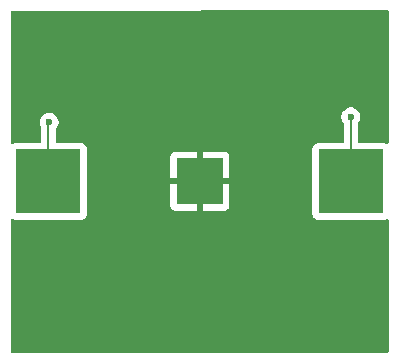
<source format=gbr>
%TF.GenerationSoftware,KiCad,Pcbnew,9.0.6*%
%TF.CreationDate,2025-12-10T19:47:48+00:00*%
%TF.ProjectId,GettingToBlinky5.0,47657474-696e-4675-946f-426c696e6b79,rev?*%
%TF.SameCoordinates,Original*%
%TF.FileFunction,Copper,L2,Bot*%
%TF.FilePolarity,Positive*%
%FSLAX46Y46*%
G04 Gerber Fmt 4.6, Leading zero omitted, Abs format (unit mm)*
G04 Created by KiCad (PCBNEW 9.0.6) date 2025-12-10 19:47:48*
%MOMM*%
%LPD*%
G01*
G04 APERTURE LIST*
%TA.AperFunction,SMDPad,CuDef*%
%ADD10R,5.500000X5.500000*%
%TD*%
%TA.AperFunction,SMDPad,CuDef*%
%ADD11R,4.000000X4.000000*%
%TD*%
%TA.AperFunction,ViaPad*%
%ADD12C,0.600000*%
%TD*%
%TA.AperFunction,Conductor*%
%ADD13C,0.200000*%
%TD*%
G04 APERTURE END LIST*
D10*
%TO.P,BT1,1,+*%
%TO.N,/VDD*%
X158300000Y-94000000D03*
X132700000Y-94000000D03*
D11*
%TO.P,BT1,2,-*%
%TO.N,GND*%
X145500000Y-94000000D03*
%TD*%
D12*
%TO.N,GND*%
X138500000Y-102500000D03*
%TO.N,/VDD*%
X132750000Y-89000000D03*
X158300000Y-88550000D03*
%TO.N,GND*%
X138500000Y-88000000D03*
%TD*%
D13*
%TO.N,/VDD*%
X158250000Y-88500000D02*
X158300000Y-88550000D01*
X132700000Y-94000000D02*
X132700000Y-89050000D01*
X158300000Y-94000000D02*
X158300000Y-88550000D01*
X132700000Y-89050000D02*
X132750000Y-89000000D01*
%TD*%
%TA.AperFunction,Conductor*%
%TO.N,GND*%
G36*
X161442366Y-79521114D02*
G01*
X161488208Y-79573842D01*
X161499500Y-79625541D01*
X161499500Y-90713568D01*
X161479815Y-90780607D01*
X161427011Y-90826362D01*
X161357853Y-90836306D01*
X161301190Y-90812835D01*
X161292334Y-90806206D01*
X161292328Y-90806202D01*
X161157482Y-90755908D01*
X161157483Y-90755908D01*
X161097883Y-90749501D01*
X161097881Y-90749500D01*
X161097873Y-90749500D01*
X161097865Y-90749500D01*
X159024500Y-90749500D01*
X158957461Y-90729815D01*
X158911706Y-90677011D01*
X158900500Y-90625500D01*
X158900500Y-89129765D01*
X158920185Y-89062726D01*
X158921398Y-89060874D01*
X159009390Y-88929185D01*
X159009390Y-88929184D01*
X159009394Y-88929179D01*
X159012719Y-88921153D01*
X159069735Y-88783501D01*
X159069737Y-88783497D01*
X159100500Y-88628842D01*
X159100500Y-88471158D01*
X159100500Y-88471155D01*
X159100499Y-88471153D01*
X159082012Y-88378213D01*
X159069737Y-88316503D01*
X159069735Y-88316498D01*
X159009397Y-88170827D01*
X159009390Y-88170814D01*
X158921789Y-88039711D01*
X158921786Y-88039707D01*
X158810292Y-87928213D01*
X158810288Y-87928210D01*
X158679185Y-87840609D01*
X158679172Y-87840602D01*
X158533501Y-87780264D01*
X158533489Y-87780261D01*
X158378845Y-87749500D01*
X158378842Y-87749500D01*
X158221158Y-87749500D01*
X158221155Y-87749500D01*
X158066510Y-87780261D01*
X158066498Y-87780264D01*
X157920827Y-87840602D01*
X157920814Y-87840609D01*
X157789711Y-87928210D01*
X157789707Y-87928213D01*
X157678213Y-88039707D01*
X157678210Y-88039711D01*
X157590609Y-88170814D01*
X157590602Y-88170827D01*
X157530264Y-88316498D01*
X157530261Y-88316510D01*
X157499500Y-88471153D01*
X157499500Y-88628846D01*
X157530261Y-88783489D01*
X157530264Y-88783501D01*
X157590602Y-88929172D01*
X157590609Y-88929185D01*
X157678602Y-89060874D01*
X157699480Y-89127551D01*
X157699500Y-89129765D01*
X157699500Y-90625500D01*
X157679815Y-90692539D01*
X157627011Y-90738294D01*
X157575500Y-90749500D01*
X155502129Y-90749500D01*
X155502123Y-90749501D01*
X155442516Y-90755908D01*
X155307671Y-90806202D01*
X155307664Y-90806206D01*
X155192455Y-90892452D01*
X155192452Y-90892455D01*
X155106206Y-91007664D01*
X155106202Y-91007671D01*
X155055908Y-91142517D01*
X155049501Y-91202116D01*
X155049501Y-91202123D01*
X155049500Y-91202135D01*
X155049500Y-96797870D01*
X155049501Y-96797876D01*
X155055908Y-96857483D01*
X155106202Y-96992328D01*
X155106206Y-96992335D01*
X155192452Y-97107544D01*
X155192455Y-97107547D01*
X155307664Y-97193793D01*
X155307671Y-97193797D01*
X155442517Y-97244091D01*
X155442516Y-97244091D01*
X155449444Y-97244835D01*
X155502127Y-97250500D01*
X161097872Y-97250499D01*
X161157483Y-97244091D01*
X161292331Y-97193796D01*
X161301186Y-97187166D01*
X161366649Y-97162747D01*
X161434923Y-97177596D01*
X161484330Y-97227000D01*
X161499500Y-97286431D01*
X161499500Y-108376539D01*
X161479815Y-108443578D01*
X161427011Y-108489333D01*
X161375707Y-108500539D01*
X129624707Y-108553457D01*
X129557634Y-108533884D01*
X129511792Y-108481156D01*
X129500500Y-108429457D01*
X129500500Y-97286431D01*
X129520185Y-97219392D01*
X129572989Y-97173637D01*
X129642147Y-97163693D01*
X129698813Y-97187166D01*
X129707669Y-97193796D01*
X129707670Y-97193796D01*
X129707671Y-97193797D01*
X129842517Y-97244091D01*
X129842516Y-97244091D01*
X129849444Y-97244835D01*
X129902127Y-97250500D01*
X135497872Y-97250499D01*
X135557483Y-97244091D01*
X135692331Y-97193796D01*
X135807546Y-97107546D01*
X135893796Y-96992331D01*
X135944091Y-96857483D01*
X135950500Y-96797873D01*
X135950500Y-96047844D01*
X143000000Y-96047844D01*
X143006401Y-96107372D01*
X143006403Y-96107379D01*
X143056645Y-96242086D01*
X143056649Y-96242093D01*
X143142809Y-96357187D01*
X143142812Y-96357190D01*
X143257906Y-96443350D01*
X143257913Y-96443354D01*
X143392620Y-96493596D01*
X143392627Y-96493598D01*
X143452155Y-96499999D01*
X143452172Y-96500000D01*
X145250000Y-96500000D01*
X145750000Y-96500000D01*
X147547828Y-96500000D01*
X147547844Y-96499999D01*
X147607372Y-96493598D01*
X147607379Y-96493596D01*
X147742086Y-96443354D01*
X147742093Y-96443350D01*
X147857187Y-96357190D01*
X147857190Y-96357187D01*
X147943350Y-96242093D01*
X147943354Y-96242086D01*
X147993596Y-96107379D01*
X147993598Y-96107372D01*
X147999999Y-96047844D01*
X148000000Y-96047827D01*
X148000000Y-94250000D01*
X145750000Y-94250000D01*
X145750000Y-96500000D01*
X145250000Y-96500000D01*
X145250000Y-94250000D01*
X143000000Y-94250000D01*
X143000000Y-96047844D01*
X135950500Y-96047844D01*
X135950499Y-91952155D01*
X143000000Y-91952155D01*
X143000000Y-93750000D01*
X145250000Y-93750000D01*
X145750000Y-93750000D01*
X148000000Y-93750000D01*
X148000000Y-91952172D01*
X147999999Y-91952155D01*
X147993598Y-91892627D01*
X147993596Y-91892620D01*
X147943354Y-91757913D01*
X147943350Y-91757906D01*
X147857190Y-91642812D01*
X147857187Y-91642809D01*
X147742093Y-91556649D01*
X147742086Y-91556645D01*
X147607379Y-91506403D01*
X147607372Y-91506401D01*
X147547844Y-91500000D01*
X145750000Y-91500000D01*
X145750000Y-93750000D01*
X145250000Y-93750000D01*
X145250000Y-91500000D01*
X143452155Y-91500000D01*
X143392627Y-91506401D01*
X143392620Y-91506403D01*
X143257913Y-91556645D01*
X143257906Y-91556649D01*
X143142812Y-91642809D01*
X143142809Y-91642812D01*
X143056649Y-91757906D01*
X143056645Y-91757913D01*
X143006403Y-91892620D01*
X143006401Y-91892627D01*
X143000000Y-91952155D01*
X135950499Y-91952155D01*
X135950499Y-91202128D01*
X135944091Y-91142517D01*
X135893796Y-91007669D01*
X135893795Y-91007668D01*
X135893793Y-91007664D01*
X135807547Y-90892455D01*
X135807544Y-90892452D01*
X135692335Y-90806206D01*
X135692328Y-90806202D01*
X135557482Y-90755908D01*
X135557483Y-90755908D01*
X135497883Y-90749501D01*
X135497881Y-90749500D01*
X135497873Y-90749500D01*
X135497865Y-90749500D01*
X133424500Y-90749500D01*
X133357461Y-90729815D01*
X133311706Y-90677011D01*
X133300500Y-90625500D01*
X133300500Y-89632940D01*
X133320185Y-89565901D01*
X133336820Y-89545258D01*
X133371786Y-89510292D01*
X133371789Y-89510289D01*
X133459394Y-89379179D01*
X133519737Y-89233497D01*
X133550500Y-89078842D01*
X133550500Y-88921158D01*
X133550500Y-88921155D01*
X133550499Y-88921153D01*
X133523117Y-88783497D01*
X133519737Y-88766503D01*
X133519735Y-88766498D01*
X133459397Y-88620827D01*
X133459390Y-88620814D01*
X133371789Y-88489711D01*
X133371786Y-88489707D01*
X133260292Y-88378213D01*
X133260288Y-88378210D01*
X133129185Y-88290609D01*
X133129172Y-88290602D01*
X132983501Y-88230264D01*
X132983489Y-88230261D01*
X132828845Y-88199500D01*
X132828842Y-88199500D01*
X132671158Y-88199500D01*
X132671155Y-88199500D01*
X132516510Y-88230261D01*
X132516498Y-88230264D01*
X132370827Y-88290602D01*
X132370814Y-88290609D01*
X132239711Y-88378210D01*
X132239707Y-88378213D01*
X132128213Y-88489707D01*
X132128210Y-88489711D01*
X132040609Y-88620814D01*
X132040602Y-88620827D01*
X131980264Y-88766498D01*
X131980261Y-88766510D01*
X131949500Y-88921153D01*
X131949500Y-89078846D01*
X131980261Y-89233489D01*
X131980264Y-89233501D01*
X132040602Y-89379172D01*
X132040606Y-89379179D01*
X132078602Y-89436044D01*
X132099480Y-89502721D01*
X132099500Y-89504935D01*
X132099500Y-90625500D01*
X132079815Y-90692539D01*
X132027011Y-90738294D01*
X131975500Y-90749500D01*
X129902129Y-90749500D01*
X129902123Y-90749501D01*
X129842516Y-90755908D01*
X129707671Y-90806202D01*
X129707665Y-90806206D01*
X129698810Y-90812835D01*
X129633346Y-90837252D01*
X129565073Y-90822400D01*
X129515668Y-90772995D01*
X129500500Y-90713568D01*
X129500500Y-79678459D01*
X129520185Y-79611420D01*
X129572989Y-79565665D01*
X129624289Y-79554459D01*
X161375293Y-79501541D01*
X161442366Y-79521114D01*
G37*
%TD.AperFunction*%
%TD*%
M02*

</source>
